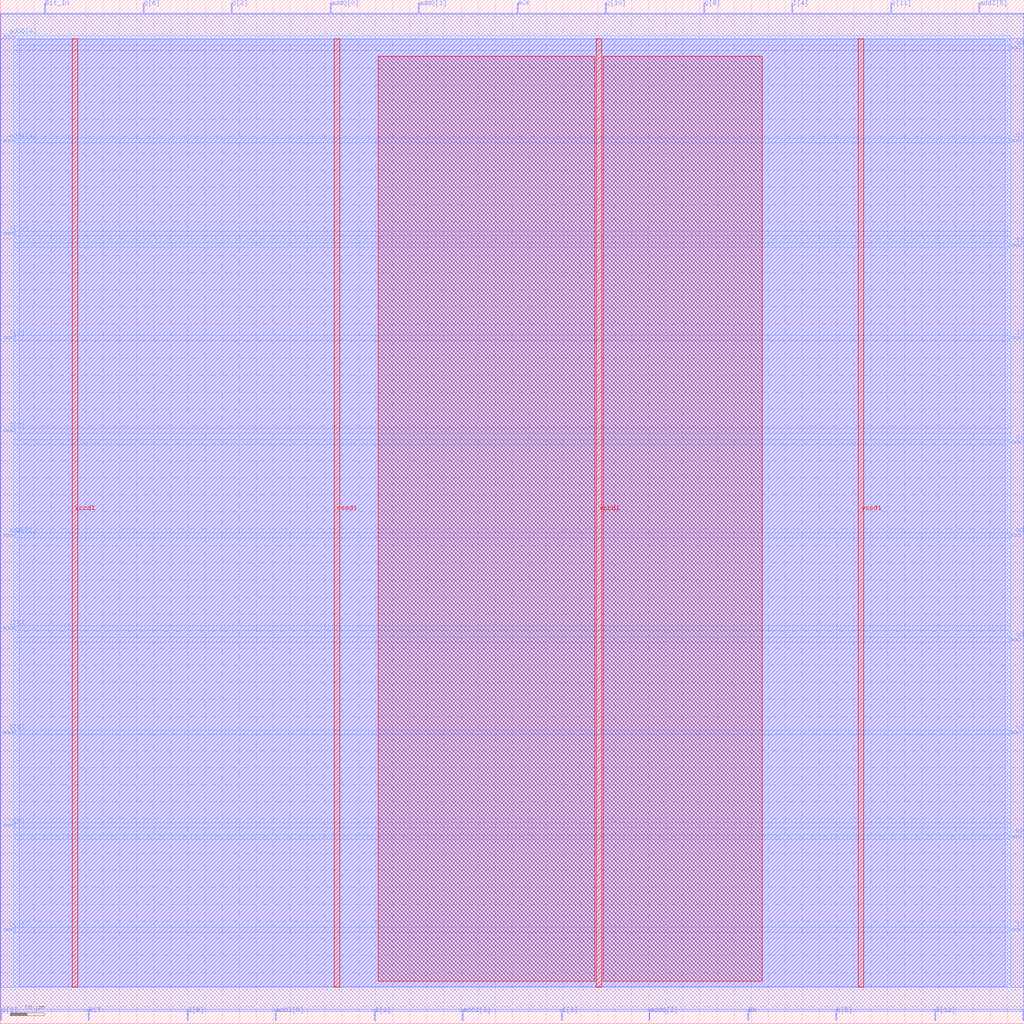
<source format=lef>
VERSION 5.7 ;
  NOWIREEXTENSIONATPIN ON ;
  DIVIDERCHAR "/" ;
  BUSBITCHARS "[]" ;
MACRO OQPSK_RCOSINE_ALL
  CLASS BLOCK ;
  FOREIGN OQPSK_RCOSINE_ALL ;
  ORIGIN 0.000 0.000 ;
  SIZE 300.000 BY 300.000 ;
  PIN ACK
    DIRECTION INPUT ;
    USE SIGNAL ;
    PORT
      LAYER met2 ;
        RECT 151.430 296.000 151.710 299.000 ;
    END
  END ACK
  PIN Bit_In
    DIRECTION INPUT ;
    USE SIGNAL ;
    PORT
      LAYER met2 ;
        RECT 12.970 296.000 13.250 299.000 ;
    END
  END Bit_In
  PIN EN
    DIRECTION INPUT ;
    USE SIGNAL ;
    PORT
      LAYER met2 ;
        RECT 219.050 1.000 219.330 4.000 ;
    END
  END EN
  PIN I[0]
    DIRECTION OUTPUT TRISTATE ;
    USE SIGNAL ;
    PORT
      LAYER met3 ;
        RECT 296.000 27.240 299.000 27.840 ;
    END
  END I[0]
  PIN I[10]
    DIRECTION OUTPUT TRISTATE ;
    USE SIGNAL ;
    PORT
      LAYER met3 ;
        RECT 1.000 231.240 4.000 231.840 ;
    END
  END I[10]
  PIN I[11]
    DIRECTION OUTPUT TRISTATE ;
    USE SIGNAL ;
    PORT
      LAYER met2 ;
        RECT 299.550 1.000 299.830 4.000 ;
    END
  END I[11]
  PIN I[12]
    DIRECTION OUTPUT TRISTATE ;
    USE SIGNAL ;
    PORT
      LAYER met2 ;
        RECT 273.790 1.000 274.070 4.000 ;
    END
  END I[12]
  PIN I[1]
    DIRECTION OUTPUT TRISTATE ;
    USE SIGNAL ;
    PORT
      LAYER met3 ;
        RECT 296.000 200.640 299.000 201.240 ;
    END
  END I[1]
  PIN I[2]
    DIRECTION OUTPUT TRISTATE ;
    USE SIGNAL ;
    PORT
      LAYER met2 ;
        RECT 109.570 1.000 109.850 4.000 ;
    END
  END I[2]
  PIN I[3]
    DIRECTION OUTPUT TRISTATE ;
    USE SIGNAL ;
    PORT
      LAYER met2 ;
        RECT 164.310 1.000 164.590 4.000 ;
    END
  END I[3]
  PIN I[4]
    DIRECTION OUTPUT TRISTATE ;
    USE SIGNAL ;
    PORT
      LAYER met2 ;
        RECT 231.930 296.000 232.210 299.000 ;
    END
  END I[4]
  PIN I[5]
    DIRECTION OUTPUT TRISTATE ;
    USE SIGNAL ;
    PORT
      LAYER met3 ;
        RECT 1.000 115.640 4.000 116.240 ;
    END
  END I[5]
  PIN I[6]
    DIRECTION OUTPUT TRISTATE ;
    USE SIGNAL ;
    PORT
      LAYER met3 ;
        RECT 296.000 227.840 299.000 228.440 ;
    END
  END I[6]
  PIN I[7]
    DIRECTION OUTPUT TRISTATE ;
    USE SIGNAL ;
    PORT
      LAYER met3 ;
        RECT 1.000 173.440 4.000 174.040 ;
    END
  END I[7]
  PIN I[8]
    DIRECTION OUTPUT TRISTATE ;
    USE SIGNAL ;
    PORT
      LAYER met2 ;
        RECT 54.830 1.000 55.110 4.000 ;
    END
  END I[8]
  PIN I[9]
    DIRECTION OUTPUT TRISTATE ;
    USE SIGNAL ;
    PORT
      LAYER met3 ;
        RECT 1.000 200.640 4.000 201.240 ;
    END
  END I[9]
  PIN Q[0]
    DIRECTION OUTPUT TRISTATE ;
    USE SIGNAL ;
    PORT
      LAYER met3 ;
        RECT 1.000 85.040 4.000 85.640 ;
    END
  END Q[0]
  PIN Q[10]
    DIRECTION OUTPUT TRISTATE ;
    USE SIGNAL ;
    PORT
      LAYER met2 ;
        RECT 177.190 296.000 177.470 299.000 ;
    END
  END Q[10]
  PIN Q[11]
    DIRECTION OUTPUT TRISTATE ;
    USE SIGNAL ;
    PORT
      LAYER met2 ;
        RECT 260.910 296.000 261.190 299.000 ;
    END
  END Q[11]
  PIN Q[12]
    DIRECTION OUTPUT TRISTATE ;
    USE SIGNAL ;
    PORT
      LAYER met3 ;
        RECT 296.000 85.040 299.000 85.640 ;
    END
  END Q[12]
  PIN Q[1]
    DIRECTION OUTPUT TRISTATE ;
    USE SIGNAL ;
    PORT
      LAYER met3 ;
        RECT 296.000 258.440 299.000 259.040 ;
    END
  END Q[1]
  PIN Q[2]
    DIRECTION OUTPUT TRISTATE ;
    USE SIGNAL ;
    PORT
      LAYER met2 ;
        RECT 67.710 296.000 67.990 299.000 ;
    END
  END Q[2]
  PIN Q[3]
    DIRECTION OUTPUT TRISTATE ;
    USE SIGNAL ;
    PORT
      LAYER met2 ;
        RECT 0.090 1.000 0.370 4.000 ;
    END
  END Q[3]
  PIN Q[4]
    DIRECTION OUTPUT TRISTATE ;
    USE SIGNAL ;
    PORT
      LAYER met3 ;
        RECT 1.000 57.840 4.000 58.440 ;
    END
  END Q[4]
  PIN Q[5]
    DIRECTION OUTPUT TRISTATE ;
    USE SIGNAL ;
    PORT
      LAYER met3 ;
        RECT 296.000 170.040 299.000 170.640 ;
    END
  END Q[5]
  PIN Q[6]
    DIRECTION OUTPUT TRISTATE ;
    USE SIGNAL ;
    PORT
      LAYER met2 ;
        RECT 41.950 296.000 42.230 299.000 ;
    END
  END Q[6]
  PIN Q[7]
    DIRECTION OUTPUT TRISTATE ;
    USE SIGNAL ;
    PORT
      LAYER met3 ;
        RECT 1.000 27.240 4.000 27.840 ;
    END
  END Q[7]
  PIN Q[8]
    DIRECTION OUTPUT TRISTATE ;
    USE SIGNAL ;
    PORT
      LAYER met2 ;
        RECT 244.810 1.000 245.090 4.000 ;
    END
  END Q[8]
  PIN Q[9]
    DIRECTION OUTPUT TRISTATE ;
    USE SIGNAL ;
    PORT
      LAYER met2 ;
        RECT 206.170 296.000 206.450 299.000 ;
    END
  END Q[9]
  PIN REQ_SAMPLE
    DIRECTION INPUT ;
    USE SIGNAL ;
    PORT
      LAYER met3 ;
        RECT 296.000 54.440 299.000 55.040 ;
    END
  END REQ_SAMPLE
  PIN RST
    DIRECTION INPUT ;
    USE SIGNAL ;
    PORT
      LAYER met2 ;
        RECT 25.850 1.000 26.130 4.000 ;
    END
  END RST
  PIN addI[0]
    DIRECTION OUTPUT TRISTATE ;
    USE SIGNAL ;
    PORT
      LAYER met2 ;
        RECT 80.590 1.000 80.870 4.000 ;
    END
  END addI[0]
  PIN addI[1]
    DIRECTION OUTPUT TRISTATE ;
    USE SIGNAL ;
    PORT
      LAYER met3 ;
        RECT 1.000 258.440 4.000 259.040 ;
    END
  END addI[1]
  PIN addI[2]
    DIRECTION OUTPUT TRISTATE ;
    USE SIGNAL ;
    PORT
      LAYER met3 ;
        RECT 296.000 112.240 299.000 112.840 ;
    END
  END addI[2]
  PIN addI[3]
    DIRECTION OUTPUT TRISTATE ;
    USE SIGNAL ;
    PORT
      LAYER met2 ;
        RECT 135.330 1.000 135.610 4.000 ;
    END
  END addI[3]
  PIN addI[4]
    DIRECTION OUTPUT TRISTATE ;
    USE SIGNAL ;
    PORT
      LAYER met3 ;
        RECT 296.000 285.640 299.000 286.240 ;
    END
  END addI[4]
  PIN addI[5]
    DIRECTION OUTPUT TRISTATE ;
    USE SIGNAL ;
    PORT
      LAYER met2 ;
        RECT 286.670 296.000 286.950 299.000 ;
    END
  END addI[5]
  PIN addQ[0]
    DIRECTION OUTPUT TRISTATE ;
    USE SIGNAL ;
    PORT
      LAYER met2 ;
        RECT 96.690 296.000 96.970 299.000 ;
    END
  END addQ[0]
  PIN addQ[1]
    DIRECTION OUTPUT TRISTATE ;
    USE SIGNAL ;
    PORT
      LAYER met2 ;
        RECT 122.450 296.000 122.730 299.000 ;
    END
  END addQ[1]
  PIN addQ[2]
    DIRECTION OUTPUT TRISTATE ;
    USE SIGNAL ;
    PORT
      LAYER met2 ;
        RECT 190.070 1.000 190.350 4.000 ;
    END
  END addQ[2]
  PIN addQ[3]
    DIRECTION OUTPUT TRISTATE ;
    USE SIGNAL ;
    PORT
      LAYER met3 ;
        RECT 1.000 142.840 4.000 143.440 ;
    END
  END addQ[3]
  PIN addQ[4]
    DIRECTION OUTPUT TRISTATE ;
    USE SIGNAL ;
    PORT
      LAYER met3 ;
        RECT 1.000 289.040 4.000 289.640 ;
    END
  END addQ[4]
  PIN addQ[5]
    DIRECTION OUTPUT TRISTATE ;
    USE SIGNAL ;
    PORT
      LAYER met3 ;
        RECT 296.000 142.840 299.000 143.440 ;
    END
  END addQ[5]
  PIN vccd1
    DIRECTION INOUT ;
    USE POWER ;
    PORT
      LAYER met4 ;
        RECT 21.040 10.640 22.640 288.560 ;
    END
    PORT
      LAYER met4 ;
        RECT 174.640 10.640 176.240 288.560 ;
    END
  END vccd1
  PIN vssd1
    DIRECTION INOUT ;
    USE GROUND ;
    PORT
      LAYER met4 ;
        RECT 97.840 10.640 99.440 288.560 ;
    END
    PORT
      LAYER met4 ;
        RECT 251.440 10.640 253.040 288.560 ;
    END
  END vssd1
  OBS
      LAYER li1 ;
        RECT 5.520 10.795 294.400 288.405 ;
      LAYER met1 ;
        RECT 0.070 10.640 299.850 288.560 ;
      LAYER met2 ;
        RECT 0.100 295.720 12.690 296.000 ;
        RECT 13.530 295.720 41.670 296.000 ;
        RECT 42.510 295.720 67.430 296.000 ;
        RECT 68.270 295.720 96.410 296.000 ;
        RECT 97.250 295.720 122.170 296.000 ;
        RECT 123.010 295.720 151.150 296.000 ;
        RECT 151.990 295.720 176.910 296.000 ;
        RECT 177.750 295.720 205.890 296.000 ;
        RECT 206.730 295.720 231.650 296.000 ;
        RECT 232.490 295.720 260.630 296.000 ;
        RECT 261.470 295.720 286.390 296.000 ;
        RECT 287.230 295.720 299.820 296.000 ;
        RECT 0.100 4.280 299.820 295.720 ;
        RECT 0.650 3.670 25.570 4.280 ;
        RECT 26.410 3.670 54.550 4.280 ;
        RECT 55.390 3.670 80.310 4.280 ;
        RECT 81.150 3.670 109.290 4.280 ;
        RECT 110.130 3.670 135.050 4.280 ;
        RECT 135.890 3.670 164.030 4.280 ;
        RECT 164.870 3.670 189.790 4.280 ;
        RECT 190.630 3.670 218.770 4.280 ;
        RECT 219.610 3.670 244.530 4.280 ;
        RECT 245.370 3.670 273.510 4.280 ;
        RECT 274.350 3.670 299.270 4.280 ;
      LAYER met3 ;
        RECT 4.400 288.640 296.000 289.505 ;
        RECT 4.000 286.640 296.000 288.640 ;
        RECT 4.000 285.240 295.600 286.640 ;
        RECT 4.000 259.440 296.000 285.240 ;
        RECT 4.400 258.040 295.600 259.440 ;
        RECT 4.000 232.240 296.000 258.040 ;
        RECT 4.400 230.840 296.000 232.240 ;
        RECT 4.000 228.840 296.000 230.840 ;
        RECT 4.000 227.440 295.600 228.840 ;
        RECT 4.000 201.640 296.000 227.440 ;
        RECT 4.400 200.240 295.600 201.640 ;
        RECT 4.000 174.440 296.000 200.240 ;
        RECT 4.400 173.040 296.000 174.440 ;
        RECT 4.000 171.040 296.000 173.040 ;
        RECT 4.000 169.640 295.600 171.040 ;
        RECT 4.000 143.840 296.000 169.640 ;
        RECT 4.400 142.440 295.600 143.840 ;
        RECT 4.000 116.640 296.000 142.440 ;
        RECT 4.400 115.240 296.000 116.640 ;
        RECT 4.000 113.240 296.000 115.240 ;
        RECT 4.000 111.840 295.600 113.240 ;
        RECT 4.000 86.040 296.000 111.840 ;
        RECT 4.400 84.640 295.600 86.040 ;
        RECT 4.000 58.840 296.000 84.640 ;
        RECT 4.400 57.440 296.000 58.840 ;
        RECT 4.000 55.440 296.000 57.440 ;
        RECT 4.000 54.040 295.600 55.440 ;
        RECT 4.000 28.240 296.000 54.040 ;
        RECT 4.400 26.840 295.600 28.240 ;
        RECT 4.000 10.715 296.000 26.840 ;
      LAYER met4 ;
        RECT 110.695 12.415 174.240 283.385 ;
        RECT 176.640 12.415 223.265 283.385 ;
  END
END OQPSK_RCOSINE_ALL
END LIBRARY


</source>
